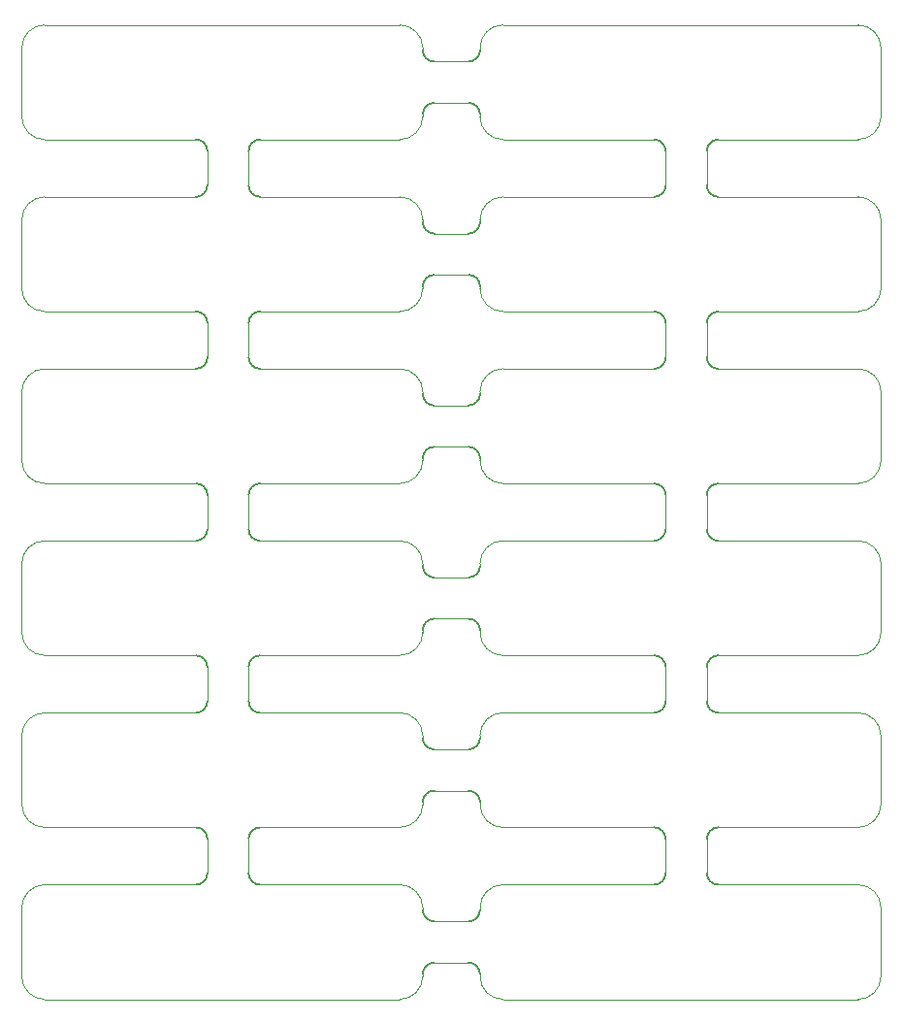
<source format=gbr>
%TF.GenerationSoftware,KiCad,Pcbnew,(5.1.11)-1*%
%TF.CreationDate,2022-08-13T18:26:06+07:00*%
%TF.ProjectId,Eclipse Voyager - Copy,45636c69-7073-4652-9056-6f7961676572,rev?*%
%TF.SameCoordinates,Original*%
%TF.FileFunction,Profile,NP*%
%FSLAX46Y46*%
G04 Gerber Fmt 4.6, Leading zero omitted, Abs format (unit mm)*
G04 Created by KiCad (PCBNEW (5.1.11)-1) date 2022-08-13 18:26:06*
%MOMM*%
%LPD*%
G01*
G04 APERTURE LIST*
%TA.AperFunction,Profile*%
%ADD10C,0.050000*%
%TD*%
%TA.AperFunction,Profile*%
%ADD11C,0.150000*%
%TD*%
G04 APERTURE END LIST*
D10*
X155000000Y-26500000D02*
X124000000Y-26500000D01*
X195000000Y-41500000D02*
X182800000Y-41500000D01*
X164000000Y-26500000D02*
X195000000Y-26500000D01*
X164000000Y-41500000D02*
X177200000Y-41500000D01*
X195000000Y-101500000D02*
X182800000Y-101500000D01*
X155000000Y-101500000D02*
X142800000Y-101500000D01*
X195000000Y-86500000D02*
X182800000Y-86500000D01*
X155000000Y-86500000D02*
X142800000Y-86500000D01*
X195000000Y-71500000D02*
X182800000Y-71500000D01*
X155000000Y-71500000D02*
X142800000Y-71500000D01*
X195000000Y-56500000D02*
X182800000Y-56500000D01*
X155000000Y-56500000D02*
X142800000Y-56500000D01*
X195000000Y-41500000D02*
X182800000Y-41500000D01*
X178200000Y-100500000D02*
X178200000Y-97500000D01*
X138200000Y-100500000D02*
X138200000Y-97500000D01*
X178200000Y-85500000D02*
X178200000Y-82500000D01*
X138200000Y-85500000D02*
X138200000Y-82500000D01*
X178200000Y-70500000D02*
X178200000Y-67500000D01*
X138200000Y-70500000D02*
X138200000Y-67500000D01*
X178200000Y-55500000D02*
X178200000Y-52500000D01*
X138200000Y-55500000D02*
X138200000Y-52500000D01*
X178200000Y-40500000D02*
X178200000Y-37500000D01*
X181800000Y-100500000D02*
X181800000Y-97500000D01*
X141800000Y-100500000D02*
X141800000Y-97500000D01*
X181800000Y-85500000D02*
X181800000Y-82500000D01*
X141800000Y-85500000D02*
X141800000Y-82500000D01*
X181800000Y-70500000D02*
X181800000Y-67500000D01*
X141800000Y-70500000D02*
X141800000Y-67500000D01*
X181800000Y-55500000D02*
X181800000Y-52500000D01*
X141800000Y-55500000D02*
X141800000Y-52500000D01*
X181800000Y-40500000D02*
X181800000Y-37500000D01*
X124000000Y-111500000D02*
X155000000Y-111500000D01*
X182800000Y-96500000D02*
X195000000Y-96500000D01*
X142800000Y-96500000D02*
X155000000Y-96500000D01*
X182800000Y-81500000D02*
X195000000Y-81500000D01*
X142800000Y-81500000D02*
X155000000Y-81500000D01*
X182800000Y-66500000D02*
X195000000Y-66500000D01*
X142800000Y-66500000D02*
X155000000Y-66500000D01*
X182800000Y-51500000D02*
X195000000Y-51500000D01*
X142800000Y-51500000D02*
X155000000Y-51500000D01*
X182800000Y-36500000D02*
X195000000Y-36500000D01*
X164000000Y-101500000D02*
X177200000Y-101500000D01*
X124000000Y-101500000D02*
X137200000Y-101500000D01*
X164000000Y-86500000D02*
X177200000Y-86500000D01*
X124000000Y-86500000D02*
X137200000Y-86500000D01*
X164000000Y-71500000D02*
X177200000Y-71500000D01*
X124000000Y-71500000D02*
X137200000Y-71500000D01*
X164000000Y-56500000D02*
X177200000Y-56500000D01*
X124000000Y-56500000D02*
X137200000Y-56500000D01*
X164000000Y-41500000D02*
X177200000Y-41500000D01*
X195000000Y-111500000D02*
X164000000Y-111500000D01*
X177200000Y-96500000D02*
X164000000Y-96500000D01*
X137200000Y-96500000D02*
X124000000Y-96500000D01*
X177200000Y-81500000D02*
X164000000Y-81500000D01*
X137200000Y-81500000D02*
X124000000Y-81500000D01*
X177200000Y-66500000D02*
X164000000Y-66500000D01*
X137200000Y-66500000D02*
X124000000Y-66500000D01*
X177200000Y-51500000D02*
X164000000Y-51500000D01*
X137200000Y-51500000D02*
X124000000Y-51500000D01*
X177200000Y-36500000D02*
X164000000Y-36500000D01*
X124000000Y-41500000D02*
X137200000Y-41500000D01*
X142800000Y-36500000D02*
X155000000Y-36500000D01*
X155000000Y-41500000D02*
X142800000Y-41500000D01*
X141800000Y-40500000D02*
X141800000Y-37500000D01*
X138200000Y-40500000D02*
X138200000Y-37500000D01*
X162000000Y-109500000D02*
X162000000Y-109300000D01*
X162000000Y-94500000D02*
X162000000Y-94300000D01*
X162000000Y-79500000D02*
X162000000Y-79300000D01*
X162000000Y-64500000D02*
X162000000Y-64300000D01*
X162000000Y-49500000D02*
X162000000Y-49300000D01*
X158000000Y-108300000D02*
X161000000Y-108300000D01*
X158000000Y-93300000D02*
X161000000Y-93300000D01*
X158000000Y-78300000D02*
X161000000Y-78300000D01*
X158000000Y-63300000D02*
X161000000Y-63300000D01*
X158000000Y-48300000D02*
X161000000Y-48300000D01*
X158000000Y-104700000D02*
X161000000Y-104700000D01*
X158000000Y-89700000D02*
X161000000Y-89700000D01*
X158000000Y-74700000D02*
X161000000Y-74700000D01*
X158000000Y-59700000D02*
X161000000Y-59700000D01*
X158000000Y-44700000D02*
X161000000Y-44700000D01*
X157000000Y-103500000D02*
X157000000Y-103700000D01*
X157000000Y-88500000D02*
X157000000Y-88700000D01*
X157000000Y-73500000D02*
X157000000Y-73700000D01*
X157000000Y-58500000D02*
X157000000Y-58700000D01*
X157000000Y-43500000D02*
X157000000Y-43700000D01*
X162000000Y-103700000D02*
X162000000Y-103500000D01*
X162000000Y-88700000D02*
X162000000Y-88500000D01*
X162000000Y-73700000D02*
X162000000Y-73500000D01*
X162000000Y-58700000D02*
X162000000Y-58500000D01*
X162000000Y-43700000D02*
X162000000Y-43500000D01*
X157000000Y-109300000D02*
X157000000Y-109500000D01*
X157000000Y-94300000D02*
X157000000Y-94500000D01*
X157000000Y-79300000D02*
X157000000Y-79500000D01*
X157000000Y-64300000D02*
X157000000Y-64500000D01*
X157000000Y-49300000D02*
X157000000Y-49500000D01*
X158000000Y-29700000D02*
X161000000Y-29700000D01*
X158000000Y-33300000D02*
X161000000Y-33300000D01*
X162000000Y-34500000D02*
X162000000Y-34300000D01*
X157000000Y-28500000D02*
X157000000Y-28700000D01*
X197000000Y-103500000D02*
X197000000Y-109500000D01*
X197000000Y-88500000D02*
X197000000Y-94500000D01*
X197000000Y-73500000D02*
X197000000Y-79500000D01*
X197000000Y-58500000D02*
X197000000Y-64500000D01*
X197000000Y-43500000D02*
X197000000Y-49500000D01*
X197000000Y-28500000D02*
X197000000Y-34500000D01*
X122000000Y-109500000D02*
X122000000Y-103500000D01*
X122000000Y-94500000D02*
X122000000Y-88500000D01*
X122000000Y-79500000D02*
X122000000Y-73500000D01*
X122000000Y-64500000D02*
X122000000Y-58500000D01*
X122000000Y-49500000D02*
X122000000Y-43500000D01*
X162000000Y-28700000D02*
X162000000Y-28500000D01*
X197000000Y-109500000D02*
G75*
G02*
X195000000Y-111500000I-2000000J0D01*
G01*
X157000000Y-109500000D02*
G75*
G02*
X155000000Y-111500000I-2000000J0D01*
G01*
X197000000Y-94500000D02*
G75*
G02*
X195000000Y-96500000I-2000000J0D01*
G01*
X157000000Y-94500000D02*
G75*
G02*
X155000000Y-96500000I-2000000J0D01*
G01*
X197000000Y-79500000D02*
G75*
G02*
X195000000Y-81500000I-2000000J0D01*
G01*
X157000000Y-79500000D02*
G75*
G02*
X155000000Y-81500000I-2000000J0D01*
G01*
X197000000Y-64500000D02*
G75*
G02*
X195000000Y-66500000I-2000000J0D01*
G01*
X157000000Y-64500000D02*
G75*
G02*
X155000000Y-66500000I-2000000J0D01*
G01*
X197000000Y-49500000D02*
G75*
G02*
X195000000Y-51500000I-2000000J0D01*
G01*
X157000000Y-49500000D02*
G75*
G02*
X155000000Y-51500000I-2000000J0D01*
G01*
X197000000Y-34500000D02*
G75*
G02*
X195000000Y-36500000I-2000000J0D01*
G01*
X164000000Y-111500000D02*
G75*
G02*
X162000000Y-109500000I0J2000000D01*
G01*
X124000000Y-111500000D02*
G75*
G02*
X122000000Y-109500000I0J2000000D01*
G01*
X164000000Y-96500000D02*
G75*
G02*
X162000000Y-94500000I0J2000000D01*
G01*
X124000000Y-96500000D02*
G75*
G02*
X122000000Y-94500000I0J2000000D01*
G01*
X164000000Y-81500000D02*
G75*
G02*
X162000000Y-79500000I0J2000000D01*
G01*
X124000000Y-81500000D02*
G75*
G02*
X122000000Y-79500000I0J2000000D01*
G01*
X164000000Y-66500000D02*
G75*
G02*
X162000000Y-64500000I0J2000000D01*
G01*
X124000000Y-66500000D02*
G75*
G02*
X122000000Y-64500000I0J2000000D01*
G01*
X164000000Y-51500000D02*
G75*
G02*
X162000000Y-49500000I0J2000000D01*
G01*
X124000000Y-51500000D02*
G75*
G02*
X122000000Y-49500000I0J2000000D01*
G01*
X164000000Y-36500000D02*
G75*
G02*
X162000000Y-34500000I0J2000000D01*
G01*
X162000000Y-103500000D02*
G75*
G02*
X164000000Y-101500000I2000000J0D01*
G01*
X122000000Y-103500000D02*
G75*
G02*
X124000000Y-101500000I2000000J0D01*
G01*
X162000000Y-88500000D02*
G75*
G02*
X164000000Y-86500000I2000000J0D01*
G01*
X122000000Y-88500000D02*
G75*
G02*
X124000000Y-86500000I2000000J0D01*
G01*
X162000000Y-73500000D02*
G75*
G02*
X164000000Y-71500000I2000000J0D01*
G01*
X122000000Y-73500000D02*
G75*
G02*
X124000000Y-71500000I2000000J0D01*
G01*
X162000000Y-58500000D02*
G75*
G02*
X164000000Y-56500000I2000000J0D01*
G01*
X122000000Y-58500000D02*
G75*
G02*
X124000000Y-56500000I2000000J0D01*
G01*
X162000000Y-43500000D02*
G75*
G02*
X164000000Y-41500000I2000000J0D01*
G01*
X122000000Y-43500000D02*
G75*
G02*
X124000000Y-41500000I2000000J0D01*
G01*
X162000000Y-28500000D02*
G75*
G02*
X164000000Y-26500000I2000000J0D01*
G01*
X195000000Y-101500000D02*
G75*
G02*
X197000000Y-103500000I0J-2000000D01*
G01*
X155000000Y-101500000D02*
G75*
G02*
X157000000Y-103500000I0J-2000000D01*
G01*
X195000000Y-86500000D02*
G75*
G02*
X197000000Y-88500000I0J-2000000D01*
G01*
X155000000Y-86500000D02*
G75*
G02*
X157000000Y-88500000I0J-2000000D01*
G01*
X195000000Y-71500000D02*
G75*
G02*
X197000000Y-73500000I0J-2000000D01*
G01*
X155000000Y-71500000D02*
G75*
G02*
X157000000Y-73500000I0J-2000000D01*
G01*
X195000000Y-56500000D02*
G75*
G02*
X197000000Y-58500000I0J-2000000D01*
G01*
X155000000Y-56500000D02*
G75*
G02*
X157000000Y-58500000I0J-2000000D01*
G01*
X195000000Y-41500000D02*
G75*
G02*
X197000000Y-43500000I0J-2000000D01*
G01*
X155000000Y-41500000D02*
G75*
G02*
X157000000Y-43500000I0J-2000000D01*
G01*
X195000000Y-26500000D02*
G75*
G02*
X197000000Y-28500000I0J-2000000D01*
G01*
X157000000Y-34500000D02*
G75*
G02*
X155000000Y-36500000I-2000000J0D01*
G01*
X155000000Y-26500000D02*
G75*
G02*
X157000000Y-28500000I0J-2000000D01*
G01*
X124000000Y-36500000D02*
G75*
G02*
X122000000Y-34500000I0J2000000D01*
G01*
X122000000Y-28500000D02*
G75*
G02*
X124000000Y-26500000I2000000J0D01*
G01*
X122000000Y-34500000D02*
X122000000Y-28500000D01*
X137200000Y-36500000D02*
X124000000Y-36500000D01*
X157000000Y-34300000D02*
X157000000Y-34500000D01*
D11*
%TO.C,mouse-bite-3mm-slot*%
X177200000Y-41500000D02*
G75*
G03*
X178200000Y-40500000I0J1000000D01*
G01*
X182800000Y-41500000D02*
G75*
G02*
X181800000Y-40500000I0J1000000D01*
G01*
X177200000Y-96500000D02*
G75*
G02*
X178200000Y-97500000I0J-1000000D01*
G01*
X182800000Y-96500000D02*
G75*
G03*
X181800000Y-97500000I0J-1000000D01*
G01*
X137200000Y-96500000D02*
G75*
G02*
X138200000Y-97500000I0J-1000000D01*
G01*
X142800000Y-96500000D02*
G75*
G03*
X141800000Y-97500000I0J-1000000D01*
G01*
X177200000Y-81500000D02*
G75*
G02*
X178200000Y-82500000I0J-1000000D01*
G01*
X182800000Y-81500000D02*
G75*
G03*
X181800000Y-82500000I0J-1000000D01*
G01*
X137200000Y-81500000D02*
G75*
G02*
X138200000Y-82500000I0J-1000000D01*
G01*
X142800000Y-81500000D02*
G75*
G03*
X141800000Y-82500000I0J-1000000D01*
G01*
X177200000Y-66500000D02*
G75*
G02*
X178200000Y-67500000I0J-1000000D01*
G01*
X182800000Y-66500000D02*
G75*
G03*
X181800000Y-67500000I0J-1000000D01*
G01*
X137200000Y-66500000D02*
G75*
G02*
X138200000Y-67500000I0J-1000000D01*
G01*
X142800000Y-66500000D02*
G75*
G03*
X141800000Y-67500000I0J-1000000D01*
G01*
X177200000Y-51500000D02*
G75*
G02*
X178200000Y-52500000I0J-1000000D01*
G01*
X182800000Y-51500000D02*
G75*
G03*
X181800000Y-52500000I0J-1000000D01*
G01*
X137200000Y-51500000D02*
G75*
G02*
X138200000Y-52500000I0J-1000000D01*
G01*
X142800000Y-51500000D02*
G75*
G03*
X141800000Y-52500000I0J-1000000D01*
G01*
X177200000Y-36500000D02*
G75*
G02*
X178200000Y-37500000I0J-1000000D01*
G01*
X182800000Y-36500000D02*
G75*
G03*
X181800000Y-37500000I0J-1000000D01*
G01*
X177200000Y-101500000D02*
G75*
G03*
X178200000Y-100500000I0J1000000D01*
G01*
X182800000Y-101500000D02*
G75*
G02*
X181800000Y-100500000I0J1000000D01*
G01*
X137200000Y-101500000D02*
G75*
G03*
X138200000Y-100500000I0J1000000D01*
G01*
X142800000Y-101500000D02*
G75*
G02*
X141800000Y-100500000I0J1000000D01*
G01*
X177200000Y-86500000D02*
G75*
G03*
X178200000Y-85500000I0J1000000D01*
G01*
X182800000Y-86500000D02*
G75*
G02*
X181800000Y-85500000I0J1000000D01*
G01*
X137200000Y-86500000D02*
G75*
G03*
X138200000Y-85500000I0J1000000D01*
G01*
X142800000Y-86500000D02*
G75*
G02*
X141800000Y-85500000I0J1000000D01*
G01*
X177200000Y-71500000D02*
G75*
G03*
X178200000Y-70500000I0J1000000D01*
G01*
X182800000Y-71500000D02*
G75*
G02*
X181800000Y-70500000I0J1000000D01*
G01*
X137200000Y-71500000D02*
G75*
G03*
X138200000Y-70500000I0J1000000D01*
G01*
X142800000Y-71500000D02*
G75*
G02*
X141800000Y-70500000I0J1000000D01*
G01*
X177200000Y-56500000D02*
G75*
G03*
X178200000Y-55500000I0J1000000D01*
G01*
X182800000Y-56500000D02*
G75*
G02*
X181800000Y-55500000I0J1000000D01*
G01*
X137200000Y-56500000D02*
G75*
G03*
X138200000Y-55500000I0J1000000D01*
G01*
X142800000Y-56500000D02*
G75*
G02*
X141800000Y-55500000I0J1000000D01*
G01*
X177200000Y-41500000D02*
G75*
G03*
X178200000Y-40500000I0J1000000D01*
G01*
X182800000Y-41500000D02*
G75*
G02*
X181800000Y-40500000I0J1000000D01*
G01*
X142800000Y-41500000D02*
G75*
G02*
X141800000Y-40500000I0J1000000D01*
G01*
X137200000Y-41500000D02*
G75*
G03*
X138200000Y-40500000I0J1000000D01*
G01*
X142800000Y-36500000D02*
G75*
G03*
X141800000Y-37500000I0J-1000000D01*
G01*
X137200000Y-36500000D02*
G75*
G02*
X138200000Y-37500000I0J-1000000D01*
G01*
X157000000Y-109300000D02*
G75*
G02*
X158000000Y-108300000I1000000J0D01*
G01*
X157000000Y-103700000D02*
G75*
G03*
X158000000Y-104700000I1000000J0D01*
G01*
X157000000Y-94300000D02*
G75*
G02*
X158000000Y-93300000I1000000J0D01*
G01*
X157000000Y-88700000D02*
G75*
G03*
X158000000Y-89700000I1000000J0D01*
G01*
X157000000Y-79300000D02*
G75*
G02*
X158000000Y-78300000I1000000J0D01*
G01*
X157000000Y-73700000D02*
G75*
G03*
X158000000Y-74700000I1000000J0D01*
G01*
X157000000Y-64300000D02*
G75*
G02*
X158000000Y-63300000I1000000J0D01*
G01*
X157000000Y-58700000D02*
G75*
G03*
X158000000Y-59700000I1000000J0D01*
G01*
X157000000Y-49300000D02*
G75*
G02*
X158000000Y-48300000I1000000J0D01*
G01*
X157000000Y-43700000D02*
G75*
G03*
X158000000Y-44700000I1000000J0D01*
G01*
X162000000Y-109300000D02*
G75*
G03*
X161000000Y-108300000I-1000000J0D01*
G01*
X162000000Y-103700000D02*
G75*
G02*
X161000000Y-104700000I-1000000J0D01*
G01*
X162000000Y-94300000D02*
G75*
G03*
X161000000Y-93300000I-1000000J0D01*
G01*
X162000000Y-88700000D02*
G75*
G02*
X161000000Y-89700000I-1000000J0D01*
G01*
X162000000Y-79300000D02*
G75*
G03*
X161000000Y-78300000I-1000000J0D01*
G01*
X162000000Y-73700000D02*
G75*
G02*
X161000000Y-74700000I-1000000J0D01*
G01*
X162000000Y-64300000D02*
G75*
G03*
X161000000Y-63300000I-1000000J0D01*
G01*
X162000000Y-58700000D02*
G75*
G02*
X161000000Y-59700000I-1000000J0D01*
G01*
X162000000Y-49300000D02*
G75*
G03*
X161000000Y-48300000I-1000000J0D01*
G01*
X162000000Y-43700000D02*
G75*
G02*
X161000000Y-44700000I-1000000J0D01*
G01*
X162000000Y-28700000D02*
G75*
G02*
X161000000Y-29700000I-1000000J0D01*
G01*
X162000000Y-34300000D02*
G75*
G03*
X161000000Y-33300000I-1000000J0D01*
G01*
X157000000Y-28700000D02*
G75*
G03*
X158000000Y-29700000I1000000J0D01*
G01*
X157000000Y-34300000D02*
G75*
G02*
X158000000Y-33300000I1000000J0D01*
G01*
%TD*%
M02*

</source>
